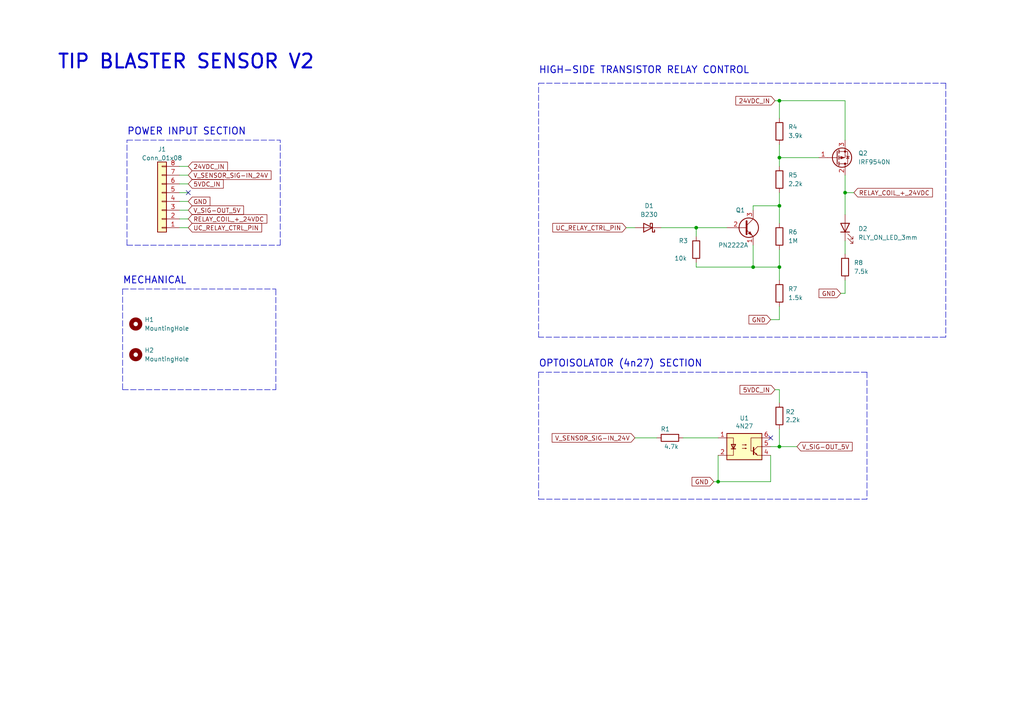
<source format=kicad_sch>
(kicad_sch (version 20211123) (generator eeschema)

  (uuid b3d08afa-f296-4e3b-8825-73b6331d35bf)

  (paper "A4")

  (lib_symbols
    (symbol "Connector_Generic:Conn_01x08" (pin_names (offset 1.016) hide) (in_bom yes) (on_board yes)
      (property "Reference" "J" (id 0) (at 0 10.16 0)
        (effects (font (size 1.27 1.27)))
      )
      (property "Value" "Conn_01x08" (id 1) (at 0 -12.7 0)
        (effects (font (size 1.27 1.27)))
      )
      (property "Footprint" "" (id 2) (at 0 0 0)
        (effects (font (size 1.27 1.27)) hide)
      )
      (property "Datasheet" "~" (id 3) (at 0 0 0)
        (effects (font (size 1.27 1.27)) hide)
      )
      (property "ki_keywords" "connector" (id 4) (at 0 0 0)
        (effects (font (size 1.27 1.27)) hide)
      )
      (property "ki_description" "Generic connector, single row, 01x08, script generated (kicad-library-utils/schlib/autogen/connector/)" (id 5) (at 0 0 0)
        (effects (font (size 1.27 1.27)) hide)
      )
      (property "ki_fp_filters" "Connector*:*_1x??_*" (id 6) (at 0 0 0)
        (effects (font (size 1.27 1.27)) hide)
      )
      (symbol "Conn_01x08_1_1"
        (rectangle (start -1.27 -10.033) (end 0 -10.287)
          (stroke (width 0.1524) (type default) (color 0 0 0 0))
          (fill (type none))
        )
        (rectangle (start -1.27 -7.493) (end 0 -7.747)
          (stroke (width 0.1524) (type default) (color 0 0 0 0))
          (fill (type none))
        )
        (rectangle (start -1.27 -4.953) (end 0 -5.207)
          (stroke (width 0.1524) (type default) (color 0 0 0 0))
          (fill (type none))
        )
        (rectangle (start -1.27 -2.413) (end 0 -2.667)
          (stroke (width 0.1524) (type default) (color 0 0 0 0))
          (fill (type none))
        )
        (rectangle (start -1.27 0.127) (end 0 -0.127)
          (stroke (width 0.1524) (type default) (color 0 0 0 0))
          (fill (type none))
        )
        (rectangle (start -1.27 2.667) (end 0 2.413)
          (stroke (width 0.1524) (type default) (color 0 0 0 0))
          (fill (type none))
        )
        (rectangle (start -1.27 5.207) (end 0 4.953)
          (stroke (width 0.1524) (type default) (color 0 0 0 0))
          (fill (type none))
        )
        (rectangle (start -1.27 7.747) (end 0 7.493)
          (stroke (width 0.1524) (type default) (color 0 0 0 0))
          (fill (type none))
        )
        (rectangle (start -1.27 8.89) (end 1.27 -11.43)
          (stroke (width 0.254) (type default) (color 0 0 0 0))
          (fill (type background))
        )
        (pin passive line (at -5.08 7.62 0) (length 3.81)
          (name "Pin_1" (effects (font (size 1.27 1.27))))
          (number "1" (effects (font (size 1.27 1.27))))
        )
        (pin passive line (at -5.08 5.08 0) (length 3.81)
          (name "Pin_2" (effects (font (size 1.27 1.27))))
          (number "2" (effects (font (size 1.27 1.27))))
        )
        (pin passive line (at -5.08 2.54 0) (length 3.81)
          (name "Pin_3" (effects (font (size 1.27 1.27))))
          (number "3" (effects (font (size 1.27 1.27))))
        )
        (pin passive line (at -5.08 0 0) (length 3.81)
          (name "Pin_4" (effects (font (size 1.27 1.27))))
          (number "4" (effects (font (size 1.27 1.27))))
        )
        (pin passive line (at -5.08 -2.54 0) (length 3.81)
          (name "Pin_5" (effects (font (size 1.27 1.27))))
          (number "5" (effects (font (size 1.27 1.27))))
        )
        (pin passive line (at -5.08 -5.08 0) (length 3.81)
          (name "Pin_6" (effects (font (size 1.27 1.27))))
          (number "6" (effects (font (size 1.27 1.27))))
        )
        (pin passive line (at -5.08 -7.62 0) (length 3.81)
          (name "Pin_7" (effects (font (size 1.27 1.27))))
          (number "7" (effects (font (size 1.27 1.27))))
        )
        (pin passive line (at -5.08 -10.16 0) (length 3.81)
          (name "Pin_8" (effects (font (size 1.27 1.27))))
          (number "8" (effects (font (size 1.27 1.27))))
        )
      )
    )
    (symbol "Device:LED" (pin_numbers hide) (pin_names (offset 1.016) hide) (in_bom yes) (on_board yes)
      (property "Reference" "D" (id 0) (at 0 2.54 0)
        (effects (font (size 1.27 1.27)))
      )
      (property "Value" "LED" (id 1) (at 0 -2.54 0)
        (effects (font (size 1.27 1.27)))
      )
      (property "Footprint" "" (id 2) (at 0 0 0)
        (effects (font (size 1.27 1.27)) hide)
      )
      (property "Datasheet" "~" (id 3) (at 0 0 0)
        (effects (font (size 1.27 1.27)) hide)
      )
      (property "ki_keywords" "LED diode" (id 4) (at 0 0 0)
        (effects (font (size 1.27 1.27)) hide)
      )
      (property "ki_description" "Light emitting diode" (id 5) (at 0 0 0)
        (effects (font (size 1.27 1.27)) hide)
      )
      (property "ki_fp_filters" "LED* LED_SMD:* LED_THT:*" (id 6) (at 0 0 0)
        (effects (font (size 1.27 1.27)) hide)
      )
      (symbol "LED_0_1"
        (polyline
          (pts
            (xy -1.27 -1.27)
            (xy -1.27 1.27)
          )
          (stroke (width 0.254) (type default) (color 0 0 0 0))
          (fill (type none))
        )
        (polyline
          (pts
            (xy -1.27 0)
            (xy 1.27 0)
          )
          (stroke (width 0) (type default) (color 0 0 0 0))
          (fill (type none))
        )
        (polyline
          (pts
            (xy 1.27 -1.27)
            (xy 1.27 1.27)
            (xy -1.27 0)
            (xy 1.27 -1.27)
          )
          (stroke (width 0.254) (type default) (color 0 0 0 0))
          (fill (type none))
        )
        (polyline
          (pts
            (xy -3.048 -0.762)
            (xy -4.572 -2.286)
            (xy -3.81 -2.286)
            (xy -4.572 -2.286)
            (xy -4.572 -1.524)
          )
          (stroke (width 0) (type default) (color 0 0 0 0))
          (fill (type none))
        )
        (polyline
          (pts
            (xy -1.778 -0.762)
            (xy -3.302 -2.286)
            (xy -2.54 -2.286)
            (xy -3.302 -2.286)
            (xy -3.302 -1.524)
          )
          (stroke (width 0) (type default) (color 0 0 0 0))
          (fill (type none))
        )
      )
      (symbol "LED_1_1"
        (pin passive line (at -3.81 0 0) (length 2.54)
          (name "K" (effects (font (size 1.27 1.27))))
          (number "1" (effects (font (size 1.27 1.27))))
        )
        (pin passive line (at 3.81 0 180) (length 2.54)
          (name "A" (effects (font (size 1.27 1.27))))
          (number "2" (effects (font (size 1.27 1.27))))
        )
      )
    )
    (symbol "Device:R" (pin_numbers hide) (pin_names (offset 0)) (in_bom yes) (on_board yes)
      (property "Reference" "R" (id 0) (at 2.032 0 90)
        (effects (font (size 1.27 1.27)))
      )
      (property "Value" "R" (id 1) (at 0 0 90)
        (effects (font (size 1.27 1.27)))
      )
      (property "Footprint" "" (id 2) (at -1.778 0 90)
        (effects (font (size 1.27 1.27)) hide)
      )
      (property "Datasheet" "~" (id 3) (at 0 0 0)
        (effects (font (size 1.27 1.27)) hide)
      )
      (property "ki_keywords" "R res resistor" (id 4) (at 0 0 0)
        (effects (font (size 1.27 1.27)) hide)
      )
      (property "ki_description" "Resistor" (id 5) (at 0 0 0)
        (effects (font (size 1.27 1.27)) hide)
      )
      (property "ki_fp_filters" "R_*" (id 6) (at 0 0 0)
        (effects (font (size 1.27 1.27)) hide)
      )
      (symbol "R_0_1"
        (rectangle (start -1.016 -2.54) (end 1.016 2.54)
          (stroke (width 0.254) (type default) (color 0 0 0 0))
          (fill (type none))
        )
      )
      (symbol "R_1_1"
        (pin passive line (at 0 3.81 270) (length 1.27)
          (name "~" (effects (font (size 1.27 1.27))))
          (number "1" (effects (font (size 1.27 1.27))))
        )
        (pin passive line (at 0 -3.81 90) (length 1.27)
          (name "~" (effects (font (size 1.27 1.27))))
          (number "2" (effects (font (size 1.27 1.27))))
        )
      )
    )
    (symbol "Diode:B230" (pin_numbers hide) (pin_names (offset 1.016) hide) (in_bom yes) (on_board yes)
      (property "Reference" "D" (id 0) (at 0 2.54 0)
        (effects (font (size 1.27 1.27)))
      )
      (property "Value" "B230" (id 1) (at 0 -2.54 0)
        (effects (font (size 1.27 1.27)))
      )
      (property "Footprint" "Diode_SMD:D_SMB" (id 2) (at 0 -4.445 0)
        (effects (font (size 1.27 1.27)) hide)
      )
      (property "Datasheet" "http://www.jameco.com/Jameco/Products/ProdDS/1538777.pdf" (id 3) (at 0 0 0)
        (effects (font (size 1.27 1.27)) hide)
      )
      (property "ki_keywords" "diode Schottky" (id 4) (at 0 0 0)
        (effects (font (size 1.27 1.27)) hide)
      )
      (property "ki_description" "30V 2A Schottky Barrier Rectifier Diode, SMB" (id 5) (at 0 0 0)
        (effects (font (size 1.27 1.27)) hide)
      )
      (property "ki_fp_filters" "D*SMB*" (id 6) (at 0 0 0)
        (effects (font (size 1.27 1.27)) hide)
      )
      (symbol "B230_0_1"
        (polyline
          (pts
            (xy 1.27 0)
            (xy -1.27 0)
          )
          (stroke (width 0) (type default) (color 0 0 0 0))
          (fill (type none))
        )
        (polyline
          (pts
            (xy 1.27 1.27)
            (xy 1.27 -1.27)
            (xy -1.27 0)
            (xy 1.27 1.27)
          )
          (stroke (width 0.254) (type default) (color 0 0 0 0))
          (fill (type none))
        )
        (polyline
          (pts
            (xy -1.905 0.635)
            (xy -1.905 1.27)
            (xy -1.27 1.27)
            (xy -1.27 -1.27)
            (xy -0.635 -1.27)
            (xy -0.635 -0.635)
          )
          (stroke (width 0.254) (type default) (color 0 0 0 0))
          (fill (type none))
        )
      )
      (symbol "B230_1_1"
        (pin passive line (at -3.81 0 0) (length 2.54)
          (name "K" (effects (font (size 1.27 1.27))))
          (number "1" (effects (font (size 1.27 1.27))))
        )
        (pin passive line (at 3.81 0 180) (length 2.54)
          (name "A" (effects (font (size 1.27 1.27))))
          (number "2" (effects (font (size 1.27 1.27))))
        )
      )
    )
    (symbol "Isolator:4N27" (pin_names (offset 1.016)) (in_bom yes) (on_board yes)
      (property "Reference" "U" (id 0) (at -5.08 5.08 0)
        (effects (font (size 1.27 1.27)) (justify left))
      )
      (property "Value" "4N27" (id 1) (at 0 5.08 0)
        (effects (font (size 1.27 1.27)) (justify left))
      )
      (property "Footprint" "Package_DIP:DIP-6_W7.62mm" (id 2) (at -5.08 -5.08 0)
        (effects (font (size 1.27 1.27) italic) (justify left) hide)
      )
      (property "Datasheet" "https://www.vishay.com/docs/83725/4n25.pdf" (id 3) (at 0 0 0)
        (effects (font (size 1.27 1.27)) (justify left) hide)
      )
      (property "ki_keywords" "NPN DC Optocoupler Base Connected" (id 4) (at 0 0 0)
        (effects (font (size 1.27 1.27)) hide)
      )
      (property "ki_description" "DC Optocoupler Base Connected, Vce 30V, CTR 10%, Viso 2500V, DIP6" (id 5) (at 0 0 0)
        (effects (font (size 1.27 1.27)) hide)
      )
      (property "ki_fp_filters" "DIP*W7.62mm*" (id 6) (at 0 0 0)
        (effects (font (size 1.27 1.27)) hide)
      )
      (symbol "4N27_0_1"
        (rectangle (start -5.08 3.81) (end 5.08 -3.81)
          (stroke (width 0.254) (type default) (color 0 0 0 0))
          (fill (type background))
        )
        (polyline
          (pts
            (xy -3.81 -0.635)
            (xy -2.54 -0.635)
          )
          (stroke (width 0.254) (type default) (color 0 0 0 0))
          (fill (type none))
        )
        (polyline
          (pts
            (xy 2.667 -1.397)
            (xy 3.81 -2.54)
          )
          (stroke (width 0) (type default) (color 0 0 0 0))
          (fill (type none))
        )
        (polyline
          (pts
            (xy 2.667 -1.143)
            (xy 3.81 0)
          )
          (stroke (width 0) (type default) (color 0 0 0 0))
          (fill (type none))
        )
        (polyline
          (pts
            (xy 3.81 -2.54)
            (xy 5.08 -2.54)
          )
          (stroke (width 0) (type default) (color 0 0 0 0))
          (fill (type none))
        )
        (polyline
          (pts
            (xy 3.81 0)
            (xy 5.08 0)
          )
          (stroke (width 0) (type default) (color 0 0 0 0))
          (fill (type none))
        )
        (polyline
          (pts
            (xy 2.667 -0.254)
            (xy 2.667 -2.286)
            (xy 2.667 -2.286)
          )
          (stroke (width 0.3556) (type default) (color 0 0 0 0))
          (fill (type none))
        )
        (polyline
          (pts
            (xy -5.08 -2.54)
            (xy -3.175 -2.54)
            (xy -3.175 2.54)
            (xy -5.08 2.54)
          )
          (stroke (width 0) (type default) (color 0 0 0 0))
          (fill (type none))
        )
        (polyline
          (pts
            (xy -3.175 -0.635)
            (xy -3.81 0.635)
            (xy -2.54 0.635)
            (xy -3.175 -0.635)
          )
          (stroke (width 0.254) (type default) (color 0 0 0 0))
          (fill (type none))
        )
        (polyline
          (pts
            (xy 3.683 -2.413)
            (xy 3.429 -1.905)
            (xy 3.175 -2.159)
            (xy 3.683 -2.413)
          )
          (stroke (width 0) (type default) (color 0 0 0 0))
          (fill (type none))
        )
        (polyline
          (pts
            (xy 5.08 2.54)
            (xy 1.905 2.54)
            (xy 1.905 -1.27)
            (xy 2.54 -1.27)
          )
          (stroke (width 0) (type default) (color 0 0 0 0))
          (fill (type none))
        )
        (polyline
          (pts
            (xy -0.635 -0.508)
            (xy 0.635 -0.508)
            (xy 0.254 -0.635)
            (xy 0.254 -0.381)
            (xy 0.635 -0.508)
          )
          (stroke (width 0) (type default) (color 0 0 0 0))
          (fill (type none))
        )
        (polyline
          (pts
            (xy -0.635 0.508)
            (xy 0.635 0.508)
            (xy 0.254 0.381)
            (xy 0.254 0.635)
            (xy 0.635 0.508)
          )
          (stroke (width 0) (type default) (color 0 0 0 0))
          (fill (type none))
        )
      )
      (symbol "4N27_1_1"
        (pin passive line (at -7.62 2.54 0) (length 2.54)
          (name "~" (effects (font (size 1.27 1.27))))
          (number "1" (effects (font (size 1.27 1.27))))
        )
        (pin passive line (at -7.62 -2.54 0) (length 2.54)
          (name "~" (effects (font (size 1.27 1.27))))
          (number "2" (effects (font (size 1.27 1.27))))
        )
        (pin no_connect line (at -5.08 0 0) (length 2.54) hide
          (name "NC" (effects (font (size 1.27 1.27))))
          (number "3" (effects (font (size 1.27 1.27))))
        )
        (pin passive line (at 7.62 -2.54 180) (length 2.54)
          (name "~" (effects (font (size 1.27 1.27))))
          (number "4" (effects (font (size 1.27 1.27))))
        )
        (pin passive line (at 7.62 0 180) (length 2.54)
          (name "~" (effects (font (size 1.27 1.27))))
          (number "5" (effects (font (size 1.27 1.27))))
        )
        (pin passive line (at 7.62 2.54 180) (length 2.54)
          (name "~" (effects (font (size 1.27 1.27))))
          (number "6" (effects (font (size 1.27 1.27))))
        )
      )
    )
    (symbol "Mechanical:MountingHole" (pin_names (offset 1.016)) (in_bom yes) (on_board yes)
      (property "Reference" "H" (id 0) (at 0 5.08 0)
        (effects (font (size 1.27 1.27)))
      )
      (property "Value" "MountingHole" (id 1) (at 0 3.175 0)
        (effects (font (size 1.27 1.27)))
      )
      (property "Footprint" "" (id 2) (at 0 0 0)
        (effects (font (size 1.27 1.27)) hide)
      )
      (property "Datasheet" "~" (id 3) (at 0 0 0)
        (effects (font (size 1.27 1.27)) hide)
      )
      (property "ki_keywords" "mounting hole" (id 4) (at 0 0 0)
        (effects (font (size 1.27 1.27)) hide)
      )
      (property "ki_description" "Mounting Hole without connection" (id 5) (at 0 0 0)
        (effects (font (size 1.27 1.27)) hide)
      )
      (property "ki_fp_filters" "MountingHole*" (id 6) (at 0 0 0)
        (effects (font (size 1.27 1.27)) hide)
      )
      (symbol "MountingHole_0_1"
        (circle (center 0 0) (radius 1.27)
          (stroke (width 1.27) (type default) (color 0 0 0 0))
          (fill (type none))
        )
      )
    )
    (symbol "Transistor_BJT:PN2222A" (pin_names (offset 0) hide) (in_bom yes) (on_board yes)
      (property "Reference" "Q" (id 0) (at 5.08 1.905 0)
        (effects (font (size 1.27 1.27)) (justify left))
      )
      (property "Value" "PN2222A" (id 1) (at 5.08 0 0)
        (effects (font (size 1.27 1.27)) (justify left))
      )
      (property "Footprint" "Package_TO_SOT_THT:TO-92_Inline" (id 2) (at 5.08 -1.905 0)
        (effects (font (size 1.27 1.27) italic) (justify left) hide)
      )
      (property "Datasheet" "https://www.onsemi.com/pub/Collateral/PN2222-D.PDF" (id 3) (at 0 0 0)
        (effects (font (size 1.27 1.27)) (justify left) hide)
      )
      (property "ki_keywords" "NPN Transistor" (id 4) (at 0 0 0)
        (effects (font (size 1.27 1.27)) hide)
      )
      (property "ki_description" "1A Ic, 40V Vce, NPN Transistor, General Purpose Transistor, TO-92" (id 5) (at 0 0 0)
        (effects (font (size 1.27 1.27)) hide)
      )
      (property "ki_fp_filters" "TO?92*" (id 6) (at 0 0 0)
        (effects (font (size 1.27 1.27)) hide)
      )
      (symbol "PN2222A_0_1"
        (polyline
          (pts
            (xy 0 0)
            (xy 0.635 0)
          )
          (stroke (width 0) (type default) (color 0 0 0 0))
          (fill (type none))
        )
        (polyline
          (pts
            (xy 2.54 -2.54)
            (xy 0.635 -0.635)
          )
          (stroke (width 0) (type default) (color 0 0 0 0))
          (fill (type none))
        )
        (polyline
          (pts
            (xy 2.54 2.54)
            (xy 0.635 0.635)
          )
          (stroke (width 0) (type default) (color 0 0 0 0))
          (fill (type none))
        )
        (polyline
          (pts
            (xy 0.635 1.905)
            (xy 0.635 -1.905)
            (xy 0.635 -1.905)
          )
          (stroke (width 0.508) (type default) (color 0 0 0 0))
          (fill (type none))
        )
        (polyline
          (pts
            (xy 2.413 -2.413)
            (xy 1.905 -1.905)
            (xy 1.905 -1.905)
          )
          (stroke (width 0) (type default) (color 0 0 0 0))
          (fill (type none))
        )
        (polyline
          (pts
            (xy 1.143 -1.651)
            (xy 1.651 -1.143)
            (xy 2.159 -2.159)
            (xy 1.143 -1.651)
            (xy 1.143 -1.651)
          )
          (stroke (width 0) (type default) (color 0 0 0 0))
          (fill (type outline))
        )
        (circle (center 1.27 0) (radius 2.8194)
          (stroke (width 0.254) (type default) (color 0 0 0 0))
          (fill (type none))
        )
      )
      (symbol "PN2222A_1_1"
        (pin passive line (at 2.54 -5.08 90) (length 2.54)
          (name "E" (effects (font (size 1.27 1.27))))
          (number "1" (effects (font (size 1.27 1.27))))
        )
        (pin input line (at -5.08 0 0) (length 5.08)
          (name "B" (effects (font (size 1.27 1.27))))
          (number "2" (effects (font (size 1.27 1.27))))
        )
        (pin passive line (at 2.54 5.08 270) (length 2.54)
          (name "C" (effects (font (size 1.27 1.27))))
          (number "3" (effects (font (size 1.27 1.27))))
        )
      )
    )
    (symbol "Transistor_FET:IRF9540N" (pin_names hide) (in_bom yes) (on_board yes)
      (property "Reference" "Q" (id 0) (at 5.08 1.905 0)
        (effects (font (size 1.27 1.27)) (justify left))
      )
      (property "Value" "IRF9540N" (id 1) (at 5.08 0 0)
        (effects (font (size 1.27 1.27)) (justify left))
      )
      (property "Footprint" "Package_TO_SOT_THT:TO-220-3_Vertical" (id 2) (at 5.08 -1.905 0)
        (effects (font (size 1.27 1.27) italic) (justify left) hide)
      )
      (property "Datasheet" "http://www.irf.com/product-info/datasheets/data/irf9540n.pdf" (id 3) (at 0 0 0)
        (effects (font (size 1.27 1.27)) (justify left) hide)
      )
      (property "ki_keywords" "P-Channel MOSFET HEXFET" (id 4) (at 0 0 0)
        (effects (font (size 1.27 1.27)) hide)
      )
      (property "ki_description" "-23A Id, -100V Vds, 117mOhm Rds, P-Channel HEXFET Power MOSFET, TO-220" (id 5) (at 0 0 0)
        (effects (font (size 1.27 1.27)) hide)
      )
      (property "ki_fp_filters" "TO?220*" (id 6) (at 0 0 0)
        (effects (font (size 1.27 1.27)) hide)
      )
      (symbol "IRF9540N_0_1"
        (polyline
          (pts
            (xy 0.254 0)
            (xy -2.54 0)
          )
          (stroke (width 0) (type default) (color 0 0 0 0))
          (fill (type none))
        )
        (polyline
          (pts
            (xy 0.254 1.905)
            (xy 0.254 -1.905)
          )
          (stroke (width 0.254) (type default) (color 0 0 0 0))
          (fill (type none))
        )
        (polyline
          (pts
            (xy 0.762 -1.27)
            (xy 0.762 -2.286)
          )
          (stroke (width 0.254) (type default) (color 0 0 0 0))
          (fill (type none))
        )
        (polyline
          (pts
            (xy 0.762 0.508)
            (xy 0.762 -0.508)
          )
          (stroke (width 0.254) (type default) (color 0 0 0 0))
          (fill (type none))
        )
        (polyline
          (pts
            (xy 0.762 2.286)
            (xy 0.762 1.27)
          )
          (stroke (width 0.254) (type default) (color 0 0 0 0))
          (fill (type none))
        )
        (polyline
          (pts
            (xy 2.54 2.54)
            (xy 2.54 1.778)
          )
          (stroke (width 0) (type default) (color 0 0 0 0))
          (fill (type none))
        )
        (polyline
          (pts
            (xy 2.54 -2.54)
            (xy 2.54 0)
            (xy 0.762 0)
          )
          (stroke (width 0) (type default) (color 0 0 0 0))
          (fill (type none))
        )
        (polyline
          (pts
            (xy 0.762 1.778)
            (xy 3.302 1.778)
            (xy 3.302 -1.778)
            (xy 0.762 -1.778)
          )
          (stroke (width 0) (type default) (color 0 0 0 0))
          (fill (type none))
        )
        (polyline
          (pts
            (xy 2.286 0)
            (xy 1.27 0.381)
            (xy 1.27 -0.381)
            (xy 2.286 0)
          )
          (stroke (width 0) (type default) (color 0 0 0 0))
          (fill (type outline))
        )
        (polyline
          (pts
            (xy 2.794 -0.508)
            (xy 2.921 -0.381)
            (xy 3.683 -0.381)
            (xy 3.81 -0.254)
          )
          (stroke (width 0) (type default) (color 0 0 0 0))
          (fill (type none))
        )
        (polyline
          (pts
            (xy 3.302 -0.381)
            (xy 2.921 0.254)
            (xy 3.683 0.254)
            (xy 3.302 -0.381)
          )
          (stroke (width 0) (type default) (color 0 0 0 0))
          (fill (type none))
        )
        (circle (center 1.651 0) (radius 2.794)
          (stroke (width 0.254) (type default) (color 0 0 0 0))
          (fill (type none))
        )
        (circle (center 2.54 -1.778) (radius 0.254)
          (stroke (width 0) (type default) (color 0 0 0 0))
          (fill (type outline))
        )
        (circle (center 2.54 1.778) (radius 0.254)
          (stroke (width 0) (type default) (color 0 0 0 0))
          (fill (type outline))
        )
      )
      (symbol "IRF9540N_1_1"
        (pin input line (at -5.08 0 0) (length 2.54)
          (name "G" (effects (font (size 1.27 1.27))))
          (number "1" (effects (font (size 1.27 1.27))))
        )
        (pin passive line (at 2.54 5.08 270) (length 2.54)
          (name "D" (effects (font (size 1.27 1.27))))
          (number "2" (effects (font (size 1.27 1.27))))
        )
        (pin passive line (at 2.54 -5.08 90) (length 2.54)
          (name "S" (effects (font (size 1.27 1.27))))
          (number "3" (effects (font (size 1.27 1.27))))
        )
      )
    )
  )

  (junction (at 208.28 139.7) (diameter 0) (color 0 0 0 0)
    (uuid 0b6fa7e8-9b20-4f9b-b9e6-e9fa3d67063a)
  )
  (junction (at 218.44 77.47) (diameter 0) (color 0 0 0 0)
    (uuid 123c35cc-e69b-4cfa-a161-c8b0fe6ff956)
  )
  (junction (at 226.06 29.21) (diameter 0) (color 0 0 0 0)
    (uuid 20fb0448-6497-4465-a264-d1ab2650e10d)
  )
  (junction (at 245.11 55.88) (diameter 0) (color 0 0 0 0)
    (uuid 345bdd19-4505-4508-99b3-c64a0a48bdc0)
  )
  (junction (at 226.06 59.69) (diameter 0) (color 0 0 0 0)
    (uuid 3ca8645c-1048-4364-8a8b-7f0b303ef044)
  )
  (junction (at 226.06 129.54) (diameter 0) (color 0 0 0 0)
    (uuid 77ed3941-d133-4aef-a9af-5a39322d14eb)
  )
  (junction (at 201.93 66.04) (diameter 0) (color 0 0 0 0)
    (uuid a3455019-daf7-4109-b9db-01ad90447db2)
  )
  (junction (at 226.06 45.72) (diameter 0) (color 0 0 0 0)
    (uuid cc31f13b-2bca-419a-9fd5-cc6ca9b25895)
  )
  (junction (at 226.06 77.47) (diameter 0) (color 0 0 0 0)
    (uuid f8a3cd69-e9b1-49d1-ace8-436db2298326)
  )

  (no_connect (at 54.61 55.88) (uuid a7c9e0e1-851b-42c8-965e-110ccbd06ef3))
  (no_connect (at 223.52 127) (uuid cef6f603-8a0b-4dd0-af99-ebfbef7d1b4b))

  (wire (pts (xy 226.06 77.47) (xy 226.06 81.28))
    (stroke (width 0) (type default) (color 0 0 0 0))
    (uuid 056b03ea-4133-471c-aa4f-d036a34a31a4)
  )
  (wire (pts (xy 191.77 66.04) (xy 201.93 66.04))
    (stroke (width 0) (type default) (color 0 0 0 0))
    (uuid 0da042ce-a3cc-4c03-be04-258b8f2ae00e)
  )
  (wire (pts (xy 224.79 113.03) (xy 226.06 113.03))
    (stroke (width 0) (type default) (color 0 0 0 0))
    (uuid 10109f84-4940-47f8-8640-91f185ac9bc1)
  )
  (polyline (pts (xy 251.46 107.95) (xy 251.46 144.78))
    (stroke (width 0) (type default) (color 0 0 0 0))
    (uuid 10c0ba0a-b7ca-4d0b-af9a-3665fa0e3d24)
  )

  (wire (pts (xy 226.06 45.72) (xy 226.06 48.26))
    (stroke (width 0) (type default) (color 0 0 0 0))
    (uuid 112a448b-fd64-40be-b9a4-0818de5ec3b3)
  )
  (wire (pts (xy 245.11 40.64) (xy 245.11 29.21))
    (stroke (width 0) (type default) (color 0 0 0 0))
    (uuid 11bc8fef-c33f-43d1-81f1-7884d2605de9)
  )
  (polyline (pts (xy 156.21 107.95) (xy 156.21 144.78))
    (stroke (width 0) (type default) (color 0 0 0 0))
    (uuid 15eac88c-37d9-4da6-bad3-042b1311dea0)
  )
  (polyline (pts (xy 80.01 113.03) (xy 80.01 83.82))
    (stroke (width 0) (type default) (color 0 0 0 0))
    (uuid 16b9fc51-3262-4574-bfbc-5def3cbf0174)
  )
  (polyline (pts (xy 251.46 107.95) (xy 156.21 107.95))
    (stroke (width 0) (type default) (color 0 0 0 0))
    (uuid 1e1b062d-fad0-427c-a622-c5b8a80b5268)
  )
  (polyline (pts (xy 35.56 83.82) (xy 80.01 83.82))
    (stroke (width 0) (type default) (color 0 0 0 0))
    (uuid 215b6e91-056f-4244-afb0-be5771b3a9a8)
  )

  (wire (pts (xy 223.52 132.08) (xy 223.52 139.7))
    (stroke (width 0) (type default) (color 0 0 0 0))
    (uuid 2d5163c1-5444-44c1-bc45-7a19068dbd02)
  )
  (wire (pts (xy 201.93 77.47) (xy 218.44 77.47))
    (stroke (width 0) (type default) (color 0 0 0 0))
    (uuid 2e3363cc-689c-43f6-904e-4ae3ce1d013c)
  )
  (polyline (pts (xy 156.21 24.13) (xy 171.45 24.13))
    (stroke (width 0) (type default) (color 0 0 0 0))
    (uuid 395bc070-d2ad-4a51-a20f-9fb5558e4f72)
  )

  (wire (pts (xy 52.07 58.42) (xy 54.61 58.42))
    (stroke (width 0) (type default) (color 0 0 0 0))
    (uuid 3964cbec-dd49-4077-b140-00a8bb17d0df)
  )
  (polyline (pts (xy 36.83 71.12) (xy 81.28 71.12))
    (stroke (width 0) (type default) (color 0 0 0 0))
    (uuid 3bf34dd6-b781-4145-b486-ac1f453de498)
  )

  (wire (pts (xy 226.06 72.39) (xy 226.06 77.47))
    (stroke (width 0) (type default) (color 0 0 0 0))
    (uuid 40d1c4cf-dfad-4112-a349-6dcc210b28a6)
  )
  (wire (pts (xy 245.11 55.88) (xy 247.65 55.88))
    (stroke (width 0) (type default) (color 0 0 0 0))
    (uuid 429be035-b5b1-448c-85af-2d37554853ef)
  )
  (wire (pts (xy 226.06 45.72) (xy 237.49 45.72))
    (stroke (width 0) (type default) (color 0 0 0 0))
    (uuid 437bf569-e611-4e5b-8f8c-d349cb3344fc)
  )
  (wire (pts (xy 226.06 129.54) (xy 231.14 129.54))
    (stroke (width 0) (type default) (color 0 0 0 0))
    (uuid 47baf4b1-0938-497d-88f9-671136aa8be7)
  )
  (polyline (pts (xy 35.56 113.03) (xy 80.01 113.03))
    (stroke (width 0) (type default) (color 0 0 0 0))
    (uuid 4d516867-27cd-4302-9b2a-ea9139478c87)
  )

  (wire (pts (xy 218.44 59.69) (xy 226.06 59.69))
    (stroke (width 0) (type default) (color 0 0 0 0))
    (uuid 4debbe5e-8654-4072-9ae0-bd97e1f640c5)
  )
  (wire (pts (xy 181.61 66.04) (xy 184.15 66.04))
    (stroke (width 0) (type default) (color 0 0 0 0))
    (uuid 54ae39ec-00dc-412b-b195-c9d4849266e1)
  )
  (wire (pts (xy 226.06 113.03) (xy 226.06 116.84))
    (stroke (width 0) (type default) (color 0 0 0 0))
    (uuid 55e740a3-0735-4744-896e-2bf5437093b9)
  )
  (wire (pts (xy 52.07 66.04) (xy 54.61 66.04))
    (stroke (width 0) (type default) (color 0 0 0 0))
    (uuid 5672fe54-cd19-4295-9152-9c71c1f926e3)
  )
  (wire (pts (xy 218.44 77.47) (xy 226.06 77.47))
    (stroke (width 0) (type default) (color 0 0 0 0))
    (uuid 5aad45f8-af33-4a52-8cb5-eabff22dce8a)
  )
  (wire (pts (xy 226.06 88.9) (xy 226.06 92.71))
    (stroke (width 0) (type default) (color 0 0 0 0))
    (uuid 5fc628ab-e1d1-442f-8543-e17df7e45a0c)
  )
  (polyline (pts (xy 274.32 24.13) (xy 274.32 97.79))
    (stroke (width 0) (type default) (color 0 0 0 0))
    (uuid 5ff57392-fa0b-4ea3-a89c-b3e5f131b759)
  )

  (wire (pts (xy 207.01 139.7) (xy 208.28 139.7))
    (stroke (width 0) (type default) (color 0 0 0 0))
    (uuid 62c076a3-d618-44a2-9042-9a08b3576787)
  )
  (wire (pts (xy 245.11 29.21) (xy 226.06 29.21))
    (stroke (width 0) (type default) (color 0 0 0 0))
    (uuid 66dd5a09-cb9d-4087-993a-961e4fd62770)
  )
  (wire (pts (xy 226.06 55.88) (xy 226.06 59.69))
    (stroke (width 0) (type default) (color 0 0 0 0))
    (uuid 67c1300c-790e-49c9-9747-6107396d42fe)
  )
  (wire (pts (xy 208.28 139.7) (xy 223.52 139.7))
    (stroke (width 0) (type default) (color 0 0 0 0))
    (uuid 6fcac57b-0e22-4079-b019-a9da97e56aa2)
  )
  (polyline (pts (xy 274.32 97.79) (xy 156.21 97.79))
    (stroke (width 0) (type default) (color 0 0 0 0))
    (uuid 702cd79c-753a-4b7c-9843-b6b2ee5dffdd)
  )

  (wire (pts (xy 226.06 59.69) (xy 226.06 64.77))
    (stroke (width 0) (type default) (color 0 0 0 0))
    (uuid 708136f7-2708-4b7a-b0bd-041f203e017e)
  )
  (wire (pts (xy 52.07 55.88) (xy 54.61 55.88))
    (stroke (width 0) (type default) (color 0 0 0 0))
    (uuid 7f5bea52-a732-42ab-95b9-5c996418196e)
  )
  (wire (pts (xy 52.07 63.5) (xy 54.61 63.5))
    (stroke (width 0) (type default) (color 0 0 0 0))
    (uuid 802aedcf-cf5d-4ecc-914b-39fc18c1dc7e)
  )
  (wire (pts (xy 226.06 41.91) (xy 226.06 45.72))
    (stroke (width 0) (type default) (color 0 0 0 0))
    (uuid 8169437a-086f-4c96-b506-c40a741dc493)
  )
  (wire (pts (xy 198.12 127) (xy 208.28 127))
    (stroke (width 0) (type default) (color 0 0 0 0))
    (uuid 8322f275-268c-4e87-a69f-4cfbf05e747f)
  )
  (polyline (pts (xy 156.21 97.79) (xy 156.21 24.13))
    (stroke (width 0) (type default) (color 0 0 0 0))
    (uuid 89061d11-107a-42fb-b58e-5ac9d93c4d64)
  )

  (wire (pts (xy 52.07 53.34) (xy 54.61 53.34))
    (stroke (width 0) (type default) (color 0 0 0 0))
    (uuid 893ec850-468b-4307-9154-cb1334bd2dbc)
  )
  (wire (pts (xy 52.07 60.96) (xy 54.61 60.96))
    (stroke (width 0) (type default) (color 0 0 0 0))
    (uuid 94d9daf4-c382-40ea-a9e1-0b60462395ba)
  )
  (wire (pts (xy 218.44 60.96) (xy 218.44 59.69))
    (stroke (width 0) (type default) (color 0 0 0 0))
    (uuid 9a145d84-7c00-4102-9e60-0f585d232a7b)
  )
  (polyline (pts (xy 81.28 71.12) (xy 81.28 40.64))
    (stroke (width 0) (type default) (color 0 0 0 0))
    (uuid 9b4e1cc5-d845-4407-a3ff-094330098fe1)
  )

  (wire (pts (xy 184.15 127) (xy 190.5 127))
    (stroke (width 0) (type default) (color 0 0 0 0))
    (uuid a14c9720-bcfd-4fdb-95be-4a4b24f8fc88)
  )
  (wire (pts (xy 201.93 66.04) (xy 210.82 66.04))
    (stroke (width 0) (type default) (color 0 0 0 0))
    (uuid a1af9b11-d2b7-4aab-9fca-36cfece9c7ae)
  )
  (polyline (pts (xy 156.21 144.78) (xy 251.46 144.78))
    (stroke (width 0) (type default) (color 0 0 0 0))
    (uuid a795f1ba-cdd5-4cc5-9a52-08586e982934)
  )

  (wire (pts (xy 52.07 48.26) (xy 54.61 48.26))
    (stroke (width 0) (type default) (color 0 0 0 0))
    (uuid aeffc957-932f-4036-bdac-491f2a7b74f2)
  )
  (wire (pts (xy 201.93 77.47) (xy 201.93 76.2))
    (stroke (width 0) (type default) (color 0 0 0 0))
    (uuid b3ae2875-2082-4a85-bf48-0082ae175f98)
  )
  (wire (pts (xy 223.52 129.54) (xy 226.06 129.54))
    (stroke (width 0) (type default) (color 0 0 0 0))
    (uuid b6270a28-e0d9-4655-a18a-03dbf007b940)
  )
  (wire (pts (xy 245.11 50.8) (xy 245.11 55.88))
    (stroke (width 0) (type default) (color 0 0 0 0))
    (uuid bc4e78e1-4ec3-495f-afa5-c698b424932f)
  )
  (wire (pts (xy 226.06 29.21) (xy 224.79 29.21))
    (stroke (width 0) (type default) (color 0 0 0 0))
    (uuid c2fccc4c-dda0-460d-b79e-25314012e711)
  )
  (polyline (pts (xy 36.83 40.64) (xy 81.28 40.64))
    (stroke (width 0) (type default) (color 0 0 0 0))
    (uuid c41b3c8b-634e-435a-b582-96b83bbd4032)
  )

  (wire (pts (xy 226.06 92.71) (xy 223.52 92.71))
    (stroke (width 0) (type default) (color 0 0 0 0))
    (uuid c50f72a7-1525-4212-8bbe-bd262b1581fc)
  )
  (polyline (pts (xy 36.83 71.12) (xy 36.83 40.64))
    (stroke (width 0) (type default) (color 0 0 0 0))
    (uuid ce83728b-bebd-48c2-8734-b6a50d837931)
  )

  (wire (pts (xy 218.44 71.12) (xy 218.44 77.47))
    (stroke (width 0) (type default) (color 0 0 0 0))
    (uuid d1868c83-c885-4e14-bc8d-375943efcd4b)
  )
  (polyline (pts (xy 35.56 83.82) (xy 35.56 113.03))
    (stroke (width 0) (type default) (color 0 0 0 0))
    (uuid d6585bd0-3c81-498c-949f-7bc546571204)
  )

  (wire (pts (xy 245.11 81.28) (xy 245.11 85.09))
    (stroke (width 0) (type default) (color 0 0 0 0))
    (uuid d76d903e-42f6-4992-9d05-ad7a6b186e57)
  )
  (wire (pts (xy 208.28 132.08) (xy 208.28 139.7))
    (stroke (width 0) (type default) (color 0 0 0 0))
    (uuid da469d11-a8a4-414b-9449-d151eeaf4853)
  )
  (wire (pts (xy 245.11 55.88) (xy 245.11 62.23))
    (stroke (width 0) (type default) (color 0 0 0 0))
    (uuid dd819823-b4ff-4e3f-960c-f5ab09e481ec)
  )
  (wire (pts (xy 201.93 66.04) (xy 201.93 68.58))
    (stroke (width 0) (type default) (color 0 0 0 0))
    (uuid debfcc4b-3dcb-4dab-bea4-21794ac3b800)
  )
  (wire (pts (xy 245.11 85.09) (xy 243.84 85.09))
    (stroke (width 0) (type default) (color 0 0 0 0))
    (uuid df0b9742-8cb8-4d09-9f32-b6ef30384aa1)
  )
  (wire (pts (xy 245.11 69.85) (xy 245.11 73.66))
    (stroke (width 0) (type default) (color 0 0 0 0))
    (uuid ef3e3a5b-f582-4b23-be6d-b3052ef812f8)
  )
  (wire (pts (xy 226.06 34.29) (xy 226.06 29.21))
    (stroke (width 0) (type default) (color 0 0 0 0))
    (uuid efc18e48-d196-48bd-8606-8b6cdfcd2ab8)
  )
  (wire (pts (xy 226.06 124.46) (xy 226.06 129.54))
    (stroke (width 0) (type default) (color 0 0 0 0))
    (uuid f3490fa5-5a27-423b-af60-53609669542c)
  )
  (wire (pts (xy 52.07 50.8) (xy 54.61 50.8))
    (stroke (width 0) (type default) (color 0 0 0 0))
    (uuid fc75e883-21f8-4e8b-9ab8-e35be2f14619)
  )
  (polyline (pts (xy 167.64 24.13) (xy 274.32 24.13))
    (stroke (width 0) (type default) (color 0 0 0 0))
    (uuid ff79a6c5-bf02-4287-a4c3-244ba9c3317a)
  )

  (text "POWER INPUT SECTION" (at 36.83 39.37 0)
    (effects (font (size 2 2) (thickness 0.254) bold) (justify left bottom))
    (uuid 0f22151c-f260-4674-b486-4710a2c42a55)
  )
  (text "HIGH-SIDE TRANSISTOR RELAY CONTROL" (at 156.21 21.59 0)
    (effects (font (size 2 2) (thickness 0.254) bold) (justify left bottom))
    (uuid a369679b-2ca6-46ee-b971-da57be938122)
  )
  (text "TIP BLASTER SENSOR V2" (at 16.51 20.32 0)
    (effects (font (size 4 4) (thickness 0.5994) bold) (justify left bottom))
    (uuid d57dcfee-5058-4fc2-a68b-05f9a48f685b)
  )
  (text "MECHANICAL" (at 35.56 82.55 0)
    (effects (font (size 2 2) (thickness 0.254) bold) (justify left bottom))
    (uuid ec048a27-8159-4af1-9714-414c1ffc9fbb)
  )
  (text "OPTOISOLATOR (4n27) SECTION" (at 156.21 106.68 0)
    (effects (font (size 2 2) (thickness 0.254) bold) (justify left bottom))
    (uuid fe8d9267-7834-48d6-a191-c8724b2ee78d)
  )

  (global_label "RELAY_COIL_+_24VDC" (shape input) (at 54.61 63.5 0) (fields_autoplaced)
    (effects (font (size 1.27 1.27)) (justify left))
    (uuid 0db14178-c77a-4918-b2b9-748afe149198)
    (property "Intersheet References" "${INTERSHEET_REFS}" (id 0) (at 77.3147 63.4206 0)
      (effects (font (size 1.27 1.27)) (justify left) hide)
    )
  )
  (global_label "V_SENSOR_SIG-IN_24V" (shape input) (at 184.15 127 180) (fields_autoplaced)
    (effects (font (size 1.27 1.27)) (justify right))
    (uuid 23bb2798-d93a-4696-a962-c305c4298a0c)
    (property "Intersheet References" "${INTERSHEET_REFS}" (id 0) (at 160.2358 126.9206 0)
      (effects (font (size 1.27 1.27)) (justify right) hide)
    )
  )
  (global_label "GND" (shape input) (at 207.01 139.7 180) (fields_autoplaced)
    (effects (font (size 1.27 1.27)) (justify right))
    (uuid 479be685-ddf7-4e40-913e-dc6f654dcfcd)
    (property "Intersheet References" "${INTERSHEET_REFS}" (id 0) (at 200.8153 139.7794 0)
      (effects (font (size 1.27 1.27)) (justify right) hide)
    )
  )
  (global_label "5VDC_IN" (shape input) (at 54.61 53.34 0) (fields_autoplaced)
    (effects (font (size 1.27 1.27)) (justify left))
    (uuid 5038e144-5119-49db-b6cf-f7c345f1cf03)
    (property "Intersheet References" "${INTERSHEET_REFS}" (id 0) (at 64.6752 53.2606 0)
      (effects (font (size 1.27 1.27)) (justify left) hide)
    )
  )
  (global_label "UC_RELAY_CTRL_PIN" (shape input) (at 54.61 66.04 0) (fields_autoplaced)
    (effects (font (size 1.27 1.27)) (justify left))
    (uuid 510ac277-f5d7-4ed4-9d9f-0ae3a1552f98)
    (property "Intersheet References" "${INTERSHEET_REFS}" (id 0) (at 75.8028 66.1194 0)
      (effects (font (size 1.27 1.27)) (justify left) hide)
    )
  )
  (global_label "V_SIG-OUT_5V" (shape input) (at 54.61 60.96 0) (fields_autoplaced)
    (effects (font (size 1.27 1.27)) (justify left))
    (uuid 5503ad71-5256-4f2c-9617-1dbb518da526)
    (property "Intersheet References" "${INTERSHEET_REFS}" (id 0) (at 70.5413 60.8806 0)
      (effects (font (size 1.27 1.27)) (justify left) hide)
    )
  )
  (global_label "5VDC_IN" (shape input) (at 224.79 113.03 180) (fields_autoplaced)
    (effects (font (size 1.27 1.27)) (justify right))
    (uuid 746ba970-8279-4e7b-aed3-f28687777c21)
    (property "Intersheet References" "${INTERSHEET_REFS}" (id 0) (at 214.7248 112.9506 0)
      (effects (font (size 1.27 1.27)) (justify right) hide)
    )
  )
  (global_label "GND" (shape input) (at 223.52 92.71 180) (fields_autoplaced)
    (effects (font (size 1.27 1.27)) (justify right))
    (uuid 8183e969-ef75-44b1-a1a7-7482cde346a7)
    (property "Intersheet References" "${INTERSHEET_REFS}" (id 0) (at 217.3253 92.7894 0)
      (effects (font (size 1.27 1.27)) (justify right) hide)
    )
  )
  (global_label "GND" (shape input) (at 54.61 58.42 0) (fields_autoplaced)
    (effects (font (size 1.27 1.27)) (justify left))
    (uuid 87371631-aa02-498a-998a-09bdb74784c1)
    (property "Intersheet References" "${INTERSHEET_REFS}" (id 0) (at 60.8047 58.3406 0)
      (effects (font (size 1.27 1.27)) (justify left) hide)
    )
  )
  (global_label "UC_RELAY_CTRL_PIN" (shape input) (at 181.61 66.04 180) (fields_autoplaced)
    (effects (font (size 1.27 1.27)) (justify right))
    (uuid 88aa7bce-cc97-49f2-a879-cdef3c5a4278)
    (property "Intersheet References" "${INTERSHEET_REFS}" (id 0) (at 160.4172 65.9606 0)
      (effects (font (size 1.27 1.27)) (justify right) hide)
    )
  )
  (global_label "V_SENSOR_SIG-IN_24V" (shape input) (at 54.61 50.8 0) (fields_autoplaced)
    (effects (font (size 1.27 1.27)) (justify left))
    (uuid a690fc6c-55d9-47e6-b533-faa4b67e20f3)
    (property "Intersheet References" "${INTERSHEET_REFS}" (id 0) (at 78.5242 50.7206 0)
      (effects (font (size 1.27 1.27)) (justify left) hide)
    )
  )
  (global_label "RELAY_COIL_+_24VDC" (shape input) (at 247.65 55.88 0) (fields_autoplaced)
    (effects (font (size 1.27 1.27)) (justify left))
    (uuid bb28ecc7-16f7-465b-9b72-803f3f16f5b2)
    (property "Intersheet References" "${INTERSHEET_REFS}" (id 0) (at 270.3547 55.9594 0)
      (effects (font (size 1.27 1.27)) (justify left) hide)
    )
  )
  (global_label "24VDC_IN" (shape input) (at 54.61 48.26 0) (fields_autoplaced)
    (effects (font (size 1.27 1.27)) (justify left))
    (uuid c2f2e3ca-7cad-4b4d-9c8b-f39586efbdcf)
    (property "Intersheet References" "${INTERSHEET_REFS}" (id 0) (at 65.8847 48.1806 0)
      (effects (font (size 1.27 1.27)) (justify left) hide)
    )
  )
  (global_label "24VDC_IN" (shape input) (at 224.79 29.21 180) (fields_autoplaced)
    (effects (font (size 1.27 1.27)) (justify right))
    (uuid e9192bd2-c7cb-40f6-a2b9-2c342acb7712)
    (property "Intersheet References" "${INTERSHEET_REFS}" (id 0) (at 213.5153 29.2894 0)
      (effects (font (size 1.27 1.27)) (justify right) hide)
    )
  )
  (global_label "V_SIG-OUT_5V" (shape input) (at 231.14 129.54 0) (fields_autoplaced)
    (effects (font (size 1.27 1.27)) (justify left))
    (uuid f4f99e3d-7269-4f6a-a759-16ad2a258779)
    (property "Intersheet References" "${INTERSHEET_REFS}" (id 0) (at 247.0713 129.4606 0)
      (effects (font (size 1.27 1.27)) (justify left) hide)
    )
  )
  (global_label "GND" (shape input) (at 243.84 85.09 180) (fields_autoplaced)
    (effects (font (size 1.27 1.27)) (justify right))
    (uuid f9d3a2ba-1995-4f3c-ae9e-7cea6b2db32a)
    (property "Intersheet References" "${INTERSHEET_REFS}" (id 0) (at 237.6453 85.1694 0)
      (effects (font (size 1.27 1.27)) (justify right) hide)
    )
  )

  (symbol (lib_id "Isolator:4N27") (at 215.9 129.54 0) (unit 1)
    (in_bom yes) (on_board yes)
    (uuid 00000000-0000-0000-0000-000061bcef0c)
    (property "Reference" "U1" (id 0) (at 215.9 121.285 0))
    (property "Value" "4N27" (id 1) (at 215.9 123.5964 0))
    (property "Footprint" "Package_DIP:DIP-6_W7.62mm" (id 2) (at 210.82 134.62 0)
      (effects (font (size 1.27 1.27) italic) (justify left) hide)
    )
    (property "Datasheet" "https://www.vishay.com/docs/83725/4n25.pdf" (id 3) (at 215.9 129.54 0)
      (effects (font (size 1.27 1.27)) (justify left) hide)
    )
    (pin "1" (uuid 84b20a92-ddcb-45ad-bbc5-b1d74ac1d604))
    (pin "2" (uuid 5a79eff8-2b3f-475b-90be-fb31c95739b2))
    (pin "3" (uuid 582e5220-ec07-4792-bd16-46ba1c55e568))
    (pin "4" (uuid 7d661e4d-0a9d-47b2-b834-6a724ad6368d))
    (pin "5" (uuid ece26d12-cbd3-4d86-99b9-7d7fd4e9343f))
    (pin "6" (uuid 41b78748-f0b7-45e1-99f8-98e483a0e878))
  )

  (symbol (lib_id "Device:R") (at 194.31 127 270) (unit 1)
    (in_bom yes) (on_board yes)
    (uuid 00000000-0000-0000-0000-000061bd23b1)
    (property "Reference" "R1" (id 0) (at 194.31 124.46 90)
      (effects (font (size 1.27 1.27)) (justify right))
    )
    (property "Value" "4.7k" (id 1) (at 196.85 129.54 90)
      (effects (font (size 1.27 1.27)) (justify right))
    )
    (property "Footprint" "Resistor_THT:R_Axial_DIN0207_L6.3mm_D2.5mm_P15.24mm_Horizontal" (id 2) (at 194.31 125.222 90)
      (effects (font (size 1.27 1.27)) hide)
    )
    (property "Datasheet" "~" (id 3) (at 194.31 127 0)
      (effects (font (size 1.27 1.27)) hide)
    )
    (pin "1" (uuid 304fa3b1-f259-46f8-8d6a-43c8dd74fa57))
    (pin "2" (uuid c732dcb1-f982-465c-ba93-89bce7eb7489))
  )

  (symbol (lib_id "Device:R") (at 226.06 120.65 0) (unit 1)
    (in_bom yes) (on_board yes)
    (uuid 00000000-0000-0000-0000-000061bd76ed)
    (property "Reference" "R2" (id 0) (at 227.838 119.4816 0)
      (effects (font (size 1.27 1.27)) (justify left))
    )
    (property "Value" "2.2k" (id 1) (at 227.838 121.793 0)
      (effects (font (size 1.27 1.27)) (justify left))
    )
    (property "Footprint" "Resistor_THT:R_Axial_DIN0207_L6.3mm_D2.5mm_P15.24mm_Horizontal" (id 2) (at 224.282 120.65 90)
      (effects (font (size 1.27 1.27)) hide)
    )
    (property "Datasheet" "~" (id 3) (at 226.06 120.65 0)
      (effects (font (size 1.27 1.27)) hide)
    )
    (pin "1" (uuid 72f946d0-1e49-49fd-92cb-b5f25e429ffa))
    (pin "2" (uuid c97dd8c7-e959-42b4-a051-507cf6b54fb9))
  )

  (symbol (lib_id "Device:LED") (at 245.11 66.04 90) (unit 1)
    (in_bom yes) (on_board yes) (fields_autoplaced)
    (uuid 0ccf2f0f-45de-4c0e-ba5b-0169d6950865)
    (property "Reference" "D2" (id 0) (at 248.92 66.3574 90)
      (effects (font (size 1.27 1.27)) (justify right))
    )
    (property "Value" "RLY_ON_LED_3mm" (id 1) (at 248.92 68.8974 90)
      (effects (font (size 1.27 1.27)) (justify right))
    )
    (property "Footprint" "LED_THT:LED_D3.0mm" (id 2) (at 245.11 66.04 0)
      (effects (font (size 1.27 1.27)) hide)
    )
    (property "Datasheet" "~" (id 3) (at 245.11 66.04 0)
      (effects (font (size 1.27 1.27)) hide)
    )
    (pin "1" (uuid d432d095-1627-42a9-988f-812345e6ab06))
    (pin "2" (uuid 043a549c-5a5c-44b5-90f6-853b85b7b15a))
  )

  (symbol (lib_id "Transistor_FET:IRF9540N") (at 242.57 45.72 0) (mirror x) (unit 1)
    (in_bom yes) (on_board yes) (fields_autoplaced)
    (uuid 0dbc85b9-7c21-4f6f-a813-2581efd9d25f)
    (property "Reference" "Q2" (id 0) (at 248.92 44.4499 0)
      (effects (font (size 1.27 1.27)) (justify left))
    )
    (property "Value" "IRF9540N" (id 1) (at 248.92 46.9899 0)
      (effects (font (size 1.27 1.27)) (justify left))
    )
    (property "Footprint" "Package_TO_SOT_THT:TO-220-3_Vertical" (id 2) (at 247.65 43.815 0)
      (effects (font (size 1.27 1.27) italic) (justify left) hide)
    )
    (property "Datasheet" "http://www.irf.com/product-info/datasheets/data/irf9540n.pdf" (id 3) (at 242.57 45.72 0)
      (effects (font (size 1.27 1.27)) (justify left) hide)
    )
    (pin "1" (uuid 397b11ef-3bab-4e7f-b0d9-7c740e1f260c))
    (pin "2" (uuid 2de76776-9c58-4c07-b447-3b9a574000e0))
    (pin "3" (uuid 8b5142a2-91f6-4c08-ac8c-7a515e99e8ed))
  )

  (symbol (lib_id "Device:R") (at 201.93 72.39 180) (unit 1)
    (in_bom yes) (on_board yes)
    (uuid 1a3fbd5d-fd95-47de-a748-9a5fcf63b065)
    (property "Reference" "R3" (id 0) (at 196.85 69.85 0)
      (effects (font (size 1.27 1.27)) (justify right))
    )
    (property "Value" "10k" (id 1) (at 195.58 74.93 0)
      (effects (font (size 1.27 1.27)) (justify right))
    )
    (property "Footprint" "Resistor_THT:R_Axial_DIN0207_L6.3mm_D2.5mm_P15.24mm_Horizontal" (id 2) (at 203.708 72.39 90)
      (effects (font (size 1.27 1.27)) hide)
    )
    (property "Datasheet" "~" (id 3) (at 201.93 72.39 0)
      (effects (font (size 1.27 1.27)) hide)
    )
    (pin "1" (uuid ab95b5e9-b8d3-4171-92a6-692eb752cba4))
    (pin "2" (uuid 8162557b-6214-485f-96a1-0aa435a6c357))
  )

  (symbol (lib_id "Mechanical:MountingHole") (at 39.37 93.98 0) (unit 1)
    (in_bom yes) (on_board yes) (fields_autoplaced)
    (uuid 1f862eb1-8a62-46e0-9780-05d8cfd0a0d8)
    (property "Reference" "H1" (id 0) (at 41.91 92.7099 0)
      (effects (font (size 1.27 1.27)) (justify left))
    )
    (property "Value" "MountingHole" (id 1) (at 41.91 95.2499 0)
      (effects (font (size 1.27 1.27)) (justify left))
    )
    (property "Footprint" "MountingHole:MountingHole_3.5mm" (id 2) (at 39.37 93.98 0)
      (effects (font (size 1.27 1.27)) hide)
    )
    (property "Datasheet" "~" (id 3) (at 39.37 93.98 0)
      (effects (font (size 1.27 1.27)) hide)
    )
  )

  (symbol (lib_id "Mechanical:MountingHole") (at 39.37 102.87 0) (unit 1)
    (in_bom yes) (on_board yes) (fields_autoplaced)
    (uuid 505a9eb0-ad87-4c93-8785-95a40653f530)
    (property "Reference" "H2" (id 0) (at 41.91 101.5999 0)
      (effects (font (size 1.27 1.27)) (justify left))
    )
    (property "Value" "MountingHole" (id 1) (at 41.91 104.1399 0)
      (effects (font (size 1.27 1.27)) (justify left))
    )
    (property "Footprint" "MountingHole:MountingHole_3.5mm" (id 2) (at 39.37 102.87 0)
      (effects (font (size 1.27 1.27)) hide)
    )
    (property "Datasheet" "~" (id 3) (at 39.37 102.87 0)
      (effects (font (size 1.27 1.27)) hide)
    )
  )

  (symbol (lib_id "Device:R") (at 245.11 77.47 180) (unit 1)
    (in_bom yes) (on_board yes) (fields_autoplaced)
    (uuid 51687c74-5cfa-4b5f-adb7-a331b23aa13e)
    (property "Reference" "R8" (id 0) (at 247.65 76.1999 0)
      (effects (font (size 1.27 1.27)) (justify right))
    )
    (property "Value" "7.5k" (id 1) (at 247.65 78.7399 0)
      (effects (font (size 1.27 1.27)) (justify right))
    )
    (property "Footprint" "Resistor_THT:R_Axial_DIN0207_L6.3mm_D2.5mm_P15.24mm_Horizontal" (id 2) (at 246.888 77.47 90)
      (effects (font (size 1.27 1.27)) hide)
    )
    (property "Datasheet" "~" (id 3) (at 245.11 77.47 0)
      (effects (font (size 1.27 1.27)) hide)
    )
    (pin "1" (uuid 8e4fee50-2272-41a4-b9f7-609830a300fe))
    (pin "2" (uuid 20f4f73e-07b6-4c3e-90d5-13deac0e8387))
  )

  (symbol (lib_id "Connector_Generic:Conn_01x08") (at 46.99 58.42 180) (unit 1)
    (in_bom yes) (on_board yes) (fields_autoplaced)
    (uuid 68d1b74d-f92c-49a6-be97-a7cb6b89d964)
    (property "Reference" "J1" (id 0) (at 46.99 43.2902 0))
    (property "Value" "Conn_01x08" (id 1) (at 46.99 45.8271 0))
    (property "Footprint" "Connector_PinHeader_2.54mm:PinHeader_1x08_P2.54mm_Vertical" (id 2) (at 46.99 58.42 0)
      (effects (font (size 1.27 1.27)) hide)
    )
    (property "Datasheet" "~" (id 3) (at 46.99 58.42 0)
      (effects (font (size 1.27 1.27)) hide)
    )
    (pin "1" (uuid d74e1d36-e78f-4223-b011-ed7a3b57868e))
    (pin "2" (uuid 2bd9356b-0153-49ad-9dc3-7ce0e789e32d))
    (pin "3" (uuid 0dab616d-1355-42ef-92ab-eee97b125bc3))
    (pin "4" (uuid dc8e3db3-0263-44e0-88f0-37bbfc1682c7))
    (pin "5" (uuid e0af457e-de3f-4bd5-a317-3dc3e6ecca48))
    (pin "6" (uuid 89eada11-e354-4d77-abe4-543fc2a0cc97))
    (pin "7" (uuid 721b62be-cf12-41a0-9564-0492a1eaacc8))
    (pin "8" (uuid cd8e9ea8-eafb-4324-85b7-a032696c113d))
  )

  (symbol (lib_id "Device:R") (at 226.06 38.1 180) (unit 1)
    (in_bom yes) (on_board yes) (fields_autoplaced)
    (uuid 81c8c659-9182-471b-9533-5c4968f7a39d)
    (property "Reference" "R4" (id 0) (at 228.6 36.8299 0)
      (effects (font (size 1.27 1.27)) (justify right))
    )
    (property "Value" "3.9k" (id 1) (at 228.6 39.3699 0)
      (effects (font (size 1.27 1.27)) (justify right))
    )
    (property "Footprint" "Resistor_THT:R_Axial_DIN0207_L6.3mm_D2.5mm_P15.24mm_Horizontal" (id 2) (at 227.838 38.1 90)
      (effects (font (size 1.27 1.27)) hide)
    )
    (property "Datasheet" "~" (id 3) (at 226.06 38.1 0)
      (effects (font (size 1.27 1.27)) hide)
    )
    (pin "1" (uuid 8e49d901-9be6-44f2-9480-8ecfb7e29322))
    (pin "2" (uuid 21ced686-3ac6-42f6-99bd-7201af7a5f31))
  )

  (symbol (lib_id "Diode:B230") (at 187.96 66.04 180) (unit 1)
    (in_bom yes) (on_board yes) (fields_autoplaced)
    (uuid 8ce2724d-2f30-4904-8964-ccc52b529292)
    (property "Reference" "D1" (id 0) (at 188.2775 59.69 0))
    (property "Value" "B230" (id 1) (at 188.2775 62.23 0))
    (property "Footprint" "Diode_THT:D_5W_P12.70mm_Horizontal" (id 2) (at 187.96 61.595 0)
      (effects (font (size 1.27 1.27)) hide)
    )
    (property "Datasheet" "http://www.jameco.com/Jameco/Products/ProdDS/1538777.pdf" (id 3) (at 187.96 66.04 0)
      (effects (font (size 1.27 1.27)) hide)
    )
    (pin "1" (uuid 6a78fc96-df22-4312-a2e9-5299f65dfba8))
    (pin "2" (uuid 224c5388-0c6b-42d8-b47f-d4195279893b))
  )

  (symbol (lib_id "Device:R") (at 226.06 85.09 180) (unit 1)
    (in_bom yes) (on_board yes) (fields_autoplaced)
    (uuid ac7960e2-676d-42e0-926c-974e53f832c4)
    (property "Reference" "R7" (id 0) (at 228.6 83.8199 0)
      (effects (font (size 1.27 1.27)) (justify right))
    )
    (property "Value" "1.5k" (id 1) (at 228.6 86.3599 0)
      (effects (font (size 1.27 1.27)) (justify right))
    )
    (property "Footprint" "Resistor_THT:R_Axial_DIN0207_L6.3mm_D2.5mm_P15.24mm_Horizontal" (id 2) (at 227.838 85.09 90)
      (effects (font (size 1.27 1.27)) hide)
    )
    (property "Datasheet" "~" (id 3) (at 226.06 85.09 0)
      (effects (font (size 1.27 1.27)) hide)
    )
    (pin "1" (uuid a2fa4413-da93-4f79-a40d-e95f0a3ddcdb))
    (pin "2" (uuid 89b7669d-b5ee-4f47-a0c5-21a965e85720))
  )

  (symbol (lib_id "Transistor_BJT:PN2222A") (at 215.9 66.04 0) (unit 1)
    (in_bom yes) (on_board yes)
    (uuid c86990cf-cd83-490a-82a9-38c4c4ef5894)
    (property "Reference" "Q1" (id 0) (at 213.36 60.96 0)
      (effects (font (size 1.27 1.27)) (justify left))
    )
    (property "Value" "PN2222A" (id 1) (at 208.28 71.12 0)
      (effects (font (size 1.27 1.27)) (justify left))
    )
    (property "Footprint" "Package_TO_SOT_THT:TO-18-3" (id 2) (at 220.98 67.945 0)
      (effects (font (size 1.27 1.27) italic) (justify left) hide)
    )
    (property "Datasheet" "https://www.onsemi.com/pub/Collateral/PN2222-D.PDF" (id 3) (at 215.9 66.04 0)
      (effects (font (size 1.27 1.27)) (justify left) hide)
    )
    (pin "1" (uuid ca9fd8a2-88d6-487d-81d8-91e20dfe43ed))
    (pin "2" (uuid 1a58f995-9361-43c7-9dcc-c697d175839d))
    (pin "3" (uuid 4cae04b1-31d4-4978-84f6-26026a05e370))
  )

  (symbol (lib_id "Device:R") (at 226.06 52.07 180) (unit 1)
    (in_bom yes) (on_board yes) (fields_autoplaced)
    (uuid dedbb22e-0540-4d0f-831a-919c78054698)
    (property "Reference" "R5" (id 0) (at 228.6 50.7999 0)
      (effects (font (size 1.27 1.27)) (justify right))
    )
    (property "Value" "2.2k" (id 1) (at 228.6 53.3399 0)
      (effects (font (size 1.27 1.27)) (justify right))
    )
    (property "Footprint" "Resistor_THT:R_Axial_DIN0207_L6.3mm_D2.5mm_P15.24mm_Horizontal" (id 2) (at 227.838 52.07 90)
      (effects (font (size 1.27 1.27)) hide)
    )
    (property "Datasheet" "~" (id 3) (at 226.06 52.07 0)
      (effects (font (size 1.27 1.27)) hide)
    )
    (pin "1" (uuid 3cd4d2d2-74e7-4d2b-9dc4-771ebc8dbc75))
    (pin "2" (uuid 015f6053-9ebd-475b-93f0-167dee8cede5))
  )

  (symbol (lib_id "Device:R") (at 226.06 68.58 180) (unit 1)
    (in_bom yes) (on_board yes) (fields_autoplaced)
    (uuid fdd7153f-bb60-4105-ab1e-9c35acf77b05)
    (property "Reference" "R6" (id 0) (at 228.6 67.3099 0)
      (effects (font (size 1.27 1.27)) (justify right))
    )
    (property "Value" "1M" (id 1) (at 228.6 69.8499 0)
      (effects (font (size 1.27 1.27)) (justify right))
    )
    (property "Footprint" "Resistor_THT:R_Axial_DIN0207_L6.3mm_D2.5mm_P15.24mm_Horizontal" (id 2) (at 227.838 68.58 90)
      (effects (font (size 1.27 1.27)) hide)
    )
    (property "Datasheet" "~" (id 3) (at 226.06 68.58 0)
      (effects (font (size 1.27 1.27)) hide)
    )
    (pin "1" (uuid 843c285e-e950-4e2e-84eb-93a275290209))
    (pin "2" (uuid a92e258c-3702-469c-8792-64be1552c9ce))
  )

  (sheet_instances
    (path "/" (page "1"))
  )

  (symbol_instances
    (path "/8ce2724d-2f30-4904-8964-ccc52b529292"
      (reference "D1") (unit 1) (value "B230") (footprint "Diode_THT:D_5W_P12.70mm_Horizontal")
    )
    (path "/0ccf2f0f-45de-4c0e-ba5b-0169d6950865"
      (reference "D2") (unit 1) (value "RLY_ON_LED_3mm") (footprint "LED_THT:LED_D3.0mm")
    )
    (path "/1f862eb1-8a62-46e0-9780-05d8cfd0a0d8"
      (reference "H1") (unit 1) (value "MountingHole") (footprint "MountingHole:MountingHole_3.5mm")
    )
    (path "/505a9eb0-ad87-4c93-8785-95a40653f530"
      (reference "H2") (unit 1) (value "MountingHole") (footprint "MountingHole:MountingHole_3.5mm")
    )
    (path "/68d1b74d-f92c-49a6-be97-a7cb6b89d964"
      (reference "J1") (unit 1) (value "Conn_01x08") (footprint "Connector_PinHeader_2.54mm:PinHeader_1x08_P2.54mm_Vertical")
    )
    (path "/c86990cf-cd83-490a-82a9-38c4c4ef5894"
      (reference "Q1") (unit 1) (value "PN2222A") (footprint "Package_TO_SOT_THT:TO-18-3")
    )
    (path "/0dbc85b9-7c21-4f6f-a813-2581efd9d25f"
      (reference "Q2") (unit 1) (value "IRF9540N") (footprint "Package_TO_SOT_THT:TO-220-3_Vertical")
    )
    (path "/00000000-0000-0000-0000-000061bd23b1"
      (reference "R1") (unit 1) (value "4.7k") (footprint "Resistor_THT:R_Axial_DIN0207_L6.3mm_D2.5mm_P15.24mm_Horizontal")
    )
    (path "/00000000-0000-0000-0000-000061bd76ed"
      (reference "R2") (unit 1) (value "2.2k") (footprint "Resistor_THT:R_Axial_DIN0207_L6.3mm_D2.5mm_P15.24mm_Horizontal")
    )
    (path "/1a3fbd5d-fd95-47de-a748-9a5fcf63b065"
      (reference "R3") (unit 1) (value "10k") (footprint "Resistor_THT:R_Axial_DIN0207_L6.3mm_D2.5mm_P15.24mm_Horizontal")
    )
    (path "/81c8c659-9182-471b-9533-5c4968f7a39d"
      (reference "R4") (unit 1) (value "3.9k") (footprint "Resistor_THT:R_Axial_DIN0207_L6.3mm_D2.5mm_P15.24mm_Horizontal")
    )
    (path "/dedbb22e-0540-4d0f-831a-919c78054698"
      (reference "R5") (unit 1) (value "2.2k") (footprint "Resistor_THT:R_Axial_DIN0207_L6.3mm_D2.5mm_P15.24mm_Horizontal")
    )
    (path "/fdd7153f-bb60-4105-ab1e-9c35acf77b05"
      (reference "R6") (unit 1) (value "1M") (footprint "Resistor_THT:R_Axial_DIN0207_L6.3mm_D2.5mm_P15.24mm_Horizontal")
    )
    (path "/ac7960e2-676d-42e0-926c-974e53f832c4"
      (reference "R7") (unit 1) (value "1.5k") (footprint "Resistor_THT:R_Axial_DIN0207_L6.3mm_D2.5mm_P15.24mm_Horizontal")
    )
    (path "/51687c74-5cfa-4b5f-adb7-a331b23aa13e"
      (reference "R8") (unit 1) (value "7.5k") (footprint "Resistor_THT:R_Axial_DIN0207_L6.3mm_D2.5mm_P15.24mm_Horizontal")
    )
    (path "/00000000-0000-0000-0000-000061bcef0c"
      (reference "U1") (unit 1) (value "4N27") (footprint "Package_DIP:DIP-6_W7.62mm")
    )
  )
)

</source>
